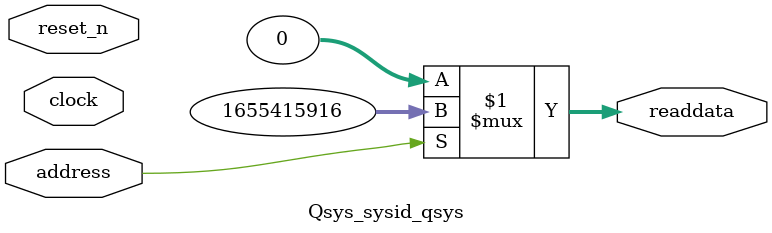
<source format=v>



// synthesis translate_off
`timescale 1ns / 1ps
// synthesis translate_on

// turn off superfluous verilog processor warnings 
// altera message_level Level1 
// altera message_off 10034 10035 10036 10037 10230 10240 10030 

module Qsys_sysid_qsys (
               // inputs:
                address,
                clock,
                reset_n,

               // outputs:
                readdata
             )
;

  output  [ 31: 0] readdata;
  input            address;
  input            clock;
  input            reset_n;

  wire    [ 31: 0] readdata;
  //control_slave, which is an e_avalon_slave
  assign readdata = address ? 1655415916 : 0;

endmodule



</source>
